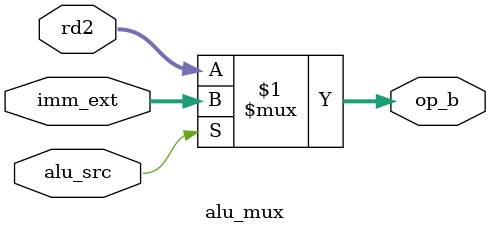
<source format=sv>
module alu_mux #(
    parameter DATA_WIDTH = 32
) (
    input logic [DATA_WIDTH-1:0] rd2,
    input logic [DATA_WIDTH-1:0] imm_ext,
    input logic alu_src,
    output logic [DATA_WIDTH-1:0] op_b
);

  assign op_b = alu_src ? imm_ext : rd2;

endmodule

</source>
